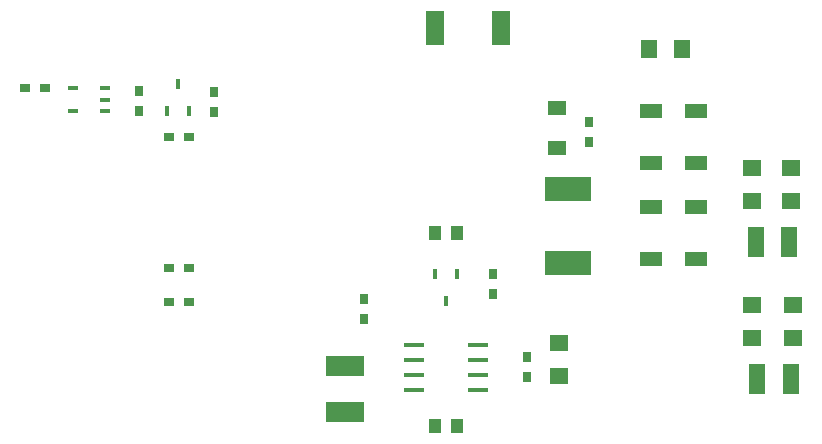
<source format=gbr>
G04 DipTrace 2.4.0.2*
%INUpper_p_mask.gbr*%
%MOIN*%
%ADD52R,0.0354X0.0157*%
%ADD54R,0.0709X0.0157*%
%ADD56R,0.063X0.0551*%
%ADD58R,0.063X0.1181*%
%ADD60R,0.0551X0.063*%
%ADD62R,0.0354X0.0315*%
%ADD64R,0.0315X0.0354*%
%ADD66R,0.0551X0.0984*%
%ADD68R,0.0177X0.0335*%
%ADD75R,0.063X0.0472*%
%ADD77R,0.0748X0.0472*%
%ADD81R,0.126X0.0669*%
%ADD83R,0.0433X0.0512*%
%ADD85R,0.1535X0.0846*%
%FSLAX44Y44*%
G04*
G70*
G90*
G75*
G01*
%LNTopPaste*%
%LPD*%
D85*
X20937Y6687D3*
Y9148D3*
D83*
X17250Y1250D3*
X16502D3*
D81*
X13500Y3250D3*
Y1715D3*
D83*
X17251Y7687D3*
X16503D3*
D77*
X23687Y6812D3*
Y8545D3*
X25188Y6812D3*
Y8545D3*
X23687Y10000D3*
Y11732D3*
X25188Y10000D3*
Y11732D3*
D75*
X20562Y10500D3*
Y11839D3*
D68*
X7563Y11750D3*
X8311D3*
X7937Y12656D3*
D66*
X27188Y7375D3*
X28290D3*
X27250Y2812D3*
X28352D3*
D64*
X21625Y11375D3*
Y10706D3*
D62*
X7625Y10875D3*
X8294D3*
D64*
X6625Y11750D3*
Y12419D3*
D62*
X3500Y12500D3*
X2831D3*
D60*
X24750Y13812D3*
X23648D3*
D58*
X16501Y14500D3*
X18706D3*
D64*
X9125Y12375D3*
Y11706D3*
X18438Y5625D3*
Y6294D3*
X19563Y2875D3*
Y3544D3*
D56*
X20625Y4000D3*
Y2898D3*
D64*
X14125Y4813D3*
Y5482D3*
D62*
X7625Y6500D3*
X8294D3*
X7625Y5375D3*
X8294D3*
D56*
X28440Y4187D3*
Y5289D3*
X27065Y4187D3*
Y5289D3*
X28377Y8750D3*
Y9852D3*
X27065Y8750D3*
Y9852D3*
D54*
X15812Y3937D3*
Y3437D3*
Y2937D3*
Y2437D3*
X17938D3*
Y2937D3*
Y3437D3*
Y3937D3*
D52*
X5500Y11750D3*
Y12124D3*
Y12498D3*
X4437D3*
Y11750D3*
D68*
X17250Y6312D3*
X16502D3*
X16876Y5407D3*
M02*

</source>
